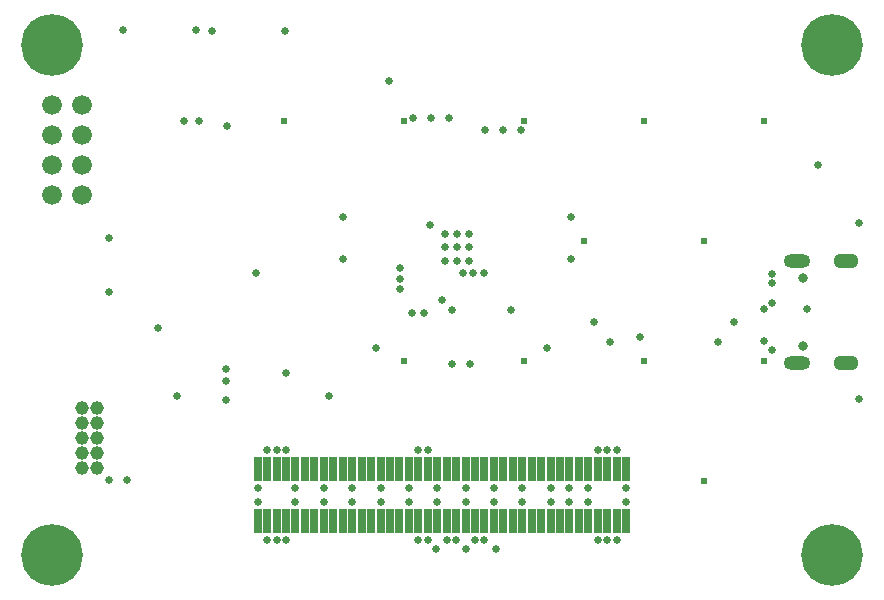
<source format=gbs>
G04*
G04 #@! TF.GenerationSoftware,Altium Limited,Altium Designer,24.2.2 (26)*
G04*
G04 Layer_Color=16711935*
%FSLAX44Y44*%
%MOMM*%
G71*
G04*
G04 #@! TF.SameCoordinates,D28C2298-B94A-46E3-96D8-F5CEDD955656*
G04*
G04*
G04 #@! TF.FilePolarity,Negative*
G04*
G01*
G75*
%ADD41C,1.6740*%
%ADD52R,0.6500X2.1500*%
%ADD54C,0.8000*%
%ADD55O,2.2500X1.1500*%
G04:AMPARAMS|DCode=56|XSize=1.95mm|YSize=1.15mm|CornerRadius=0.325mm|HoleSize=0mm|Usage=FLASHONLY|Rotation=180.000|XOffset=0mm|YOffset=0mm|HoleType=Round|Shape=RoundedRectangle|*
%AMROUNDEDRECTD56*
21,1,1.9500,0.5000,0,0,180.0*
21,1,1.3000,1.1500,0,0,180.0*
1,1,0.6500,-0.6500,0.2500*
1,1,0.6500,0.6500,0.2500*
1,1,0.6500,0.6500,-0.2500*
1,1,0.6500,-0.6500,-0.2500*
%
%ADD56ROUNDEDRECTD56*%
%ADD57C,1.1500*%
%ADD58C,5.2300*%
%ADD59C,0.6072*%
%ADD82C,0.6556*%
D41*
X0Y355600D02*
D03*
Y304800D02*
D03*
X25400Y355600D02*
D03*
Y304800D02*
D03*
X0Y381000D02*
D03*
Y330200D02*
D03*
X25400Y381000D02*
D03*
Y330200D02*
D03*
D52*
X406200Y28800D02*
D03*
X382200Y28800D02*
D03*
X390200D02*
D03*
X414200D02*
D03*
X486200D02*
D03*
Y72800D02*
D03*
X478200Y28800D02*
D03*
Y72800D02*
D03*
X470200Y28800D02*
D03*
Y72800D02*
D03*
X462200Y28800D02*
D03*
Y72800D02*
D03*
X454200Y28800D02*
D03*
Y72800D02*
D03*
X446200Y28800D02*
D03*
Y72800D02*
D03*
X438200Y28800D02*
D03*
Y72800D02*
D03*
X430200Y28800D02*
D03*
Y72800D02*
D03*
X422200Y28800D02*
D03*
Y72800D02*
D03*
X414200D02*
D03*
X406200Y72800D02*
D03*
X398200Y28800D02*
D03*
Y72800D02*
D03*
X390200Y72800D02*
D03*
X382200D02*
D03*
X374200Y28800D02*
D03*
Y72800D02*
D03*
X366200Y28800D02*
D03*
Y72800D02*
D03*
X358200Y28800D02*
D03*
Y72800D02*
D03*
X350200Y28800D02*
D03*
Y72800D02*
D03*
X342200Y28800D02*
D03*
Y72800D02*
D03*
X334200Y28800D02*
D03*
Y72800D02*
D03*
X326200Y28800D02*
D03*
Y72800D02*
D03*
X318200Y28800D02*
D03*
Y72800D02*
D03*
X310200Y28800D02*
D03*
Y72800D02*
D03*
X302200Y28800D02*
D03*
Y72800D02*
D03*
X294200Y28800D02*
D03*
Y72800D02*
D03*
X286200Y28800D02*
D03*
Y72800D02*
D03*
X278200Y28800D02*
D03*
Y72800D02*
D03*
X270200Y28800D02*
D03*
Y72800D02*
D03*
X262200Y28800D02*
D03*
Y72800D02*
D03*
X254200Y28800D02*
D03*
Y72800D02*
D03*
X246200Y28800D02*
D03*
Y72800D02*
D03*
X238200Y28800D02*
D03*
Y72800D02*
D03*
X230200Y28800D02*
D03*
Y72800D02*
D03*
X222200Y28800D02*
D03*
Y72800D02*
D03*
X214200Y28800D02*
D03*
Y72800D02*
D03*
X206200Y28800D02*
D03*
Y72800D02*
D03*
X198200Y28800D02*
D03*
Y72800D02*
D03*
X190200Y28800D02*
D03*
Y72800D02*
D03*
X182200Y28800D02*
D03*
Y72800D02*
D03*
X174200Y28800D02*
D03*
Y72800D02*
D03*
D54*
X635590Y176880D02*
D03*
Y234680D02*
D03*
D55*
X630590Y248980D02*
D03*
Y162580D02*
D03*
D56*
X672390Y248980D02*
D03*
Y162580D02*
D03*
D57*
X38100Y124460D02*
D03*
Y111760D02*
D03*
Y99060D02*
D03*
Y86360D02*
D03*
Y73660D02*
D03*
X25400Y124460D02*
D03*
Y111760D02*
D03*
Y99060D02*
D03*
Y86360D02*
D03*
Y73660D02*
D03*
D58*
X0Y431800D02*
D03*
X660400D02*
D03*
X0Y0D02*
D03*
X660400D02*
D03*
D59*
X400050Y163830D02*
D03*
X298450Y367030D02*
D03*
X501650D02*
D03*
Y163830D02*
D03*
X603250D02*
D03*
Y367030D02*
D03*
X298450Y163830D02*
D03*
X400050Y367030D02*
D03*
X552450Y62230D02*
D03*
Y265430D02*
D03*
X450850D02*
D03*
X196850Y367030D02*
D03*
D82*
X609980Y213280D02*
D03*
X639700Y208280D02*
D03*
X602540Y208340D02*
D03*
X609980Y237780D02*
D03*
Y173780D02*
D03*
X603284Y181036D02*
D03*
X609980Y229780D02*
D03*
X683260Y132080D02*
D03*
X682919Y281195D02*
D03*
X648260Y330260D02*
D03*
X459025Y197075D02*
D03*
X577295Y196925D02*
D03*
X472515Y180035D02*
D03*
X563955D02*
D03*
X497840Y184150D02*
D03*
X353060Y248920D02*
D03*
Y260350D02*
D03*
Y271780D02*
D03*
X332740Y248920D02*
D03*
Y260350D02*
D03*
Y271780D02*
D03*
X148480Y363220D02*
D03*
X306070Y369570D02*
D03*
X347980Y238760D02*
D03*
X342900Y260350D02*
D03*
Y248920D02*
D03*
Y271780D02*
D03*
X325120Y5080D02*
D03*
X350520D02*
D03*
X375920D02*
D03*
X63500Y63500D02*
D03*
X48260D02*
D03*
X356870Y238760D02*
D03*
X320040Y279400D02*
D03*
X318200Y88900D02*
D03*
X310200D02*
D03*
X478200D02*
D03*
X470200D02*
D03*
X462200D02*
D03*
X198200Y12700D02*
D03*
X190200D02*
D03*
X182200D02*
D03*
X478200D02*
D03*
X470200D02*
D03*
X462200D02*
D03*
X318200D02*
D03*
X310200D02*
D03*
X198200Y88900D02*
D03*
X190200D02*
D03*
X182200D02*
D03*
X334200Y12700D02*
D03*
X342200D02*
D03*
X111760Y367030D02*
D03*
X90170Y192106D02*
D03*
X294640Y242570D02*
D03*
Y233680D02*
D03*
Y224790D02*
D03*
X358200Y12700D02*
D03*
X366200D02*
D03*
X314960Y204470D02*
D03*
X304800D02*
D03*
X398200Y44900D02*
D03*
X454200D02*
D03*
X438200D02*
D03*
X422200D02*
D03*
X398200Y56700D02*
D03*
X422200D02*
D03*
X438200D02*
D03*
X454200D02*
D03*
X174200Y44900D02*
D03*
Y56700D02*
D03*
X206200D02*
D03*
Y44900D02*
D03*
X230200D02*
D03*
Y56700D02*
D03*
X254200D02*
D03*
Y44900D02*
D03*
X278200D02*
D03*
Y56700D02*
D03*
X302200D02*
D03*
Y44900D02*
D03*
X326200D02*
D03*
Y56700D02*
D03*
X350200D02*
D03*
X374200D02*
D03*
X486200D02*
D03*
Y44900D02*
D03*
X350200D02*
D03*
X374200D02*
D03*
X197980Y153820D02*
D03*
X147320Y130660D02*
D03*
X124460Y367030D02*
D03*
X285575Y401245D02*
D03*
X172725Y238765D02*
D03*
X147320Y157480D02*
D03*
X234395Y134545D02*
D03*
X105965Y134695D02*
D03*
X147320Y147320D02*
D03*
X197615Y443745D02*
D03*
X135125Y443895D02*
D03*
X122255Y444425D02*
D03*
X59765Y444575D02*
D03*
X47975Y268505D02*
D03*
X47975Y222785D02*
D03*
X330200Y215900D02*
D03*
X388620Y207010D02*
D03*
X339090D02*
D03*
X365760Y238760D02*
D03*
X274320Y175260D02*
D03*
X419100D02*
D03*
X354330Y161290D02*
D03*
X339090D02*
D03*
X246380Y286350D02*
D03*
Y250350D02*
D03*
X336550Y369570D02*
D03*
X321310D02*
D03*
X397510Y359410D02*
D03*
X382270D02*
D03*
X367030D02*
D03*
X439420Y286350D02*
D03*
X439420Y250350D02*
D03*
M02*

</source>
